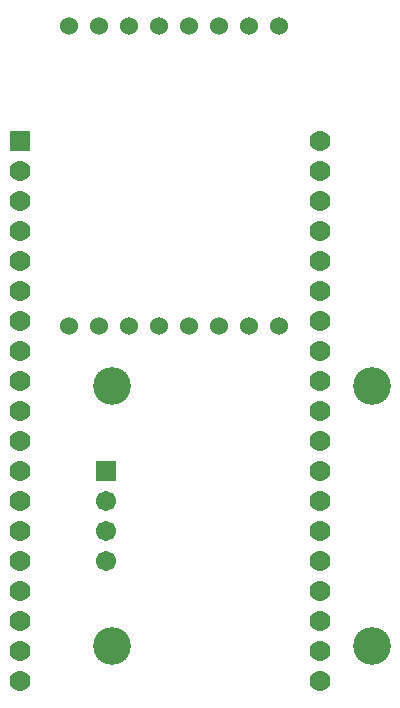
<source format=gbr>
%TF.GenerationSoftware,KiCad,Pcbnew,8.0.2-8.0.2-0~ubuntu20.04.1*%
%TF.CreationDate,2024-10-24T00:08:04+05:30*%
%TF.ProjectId,GroundStation,47726f75-6e64-4537-9461-74696f6e2e6b,rev?*%
%TF.SameCoordinates,Original*%
%TF.FileFunction,Soldermask,Bot*%
%TF.FilePolarity,Negative*%
%FSLAX46Y46*%
G04 Gerber Fmt 4.6, Leading zero omitted, Abs format (unit mm)*
G04 Created by KiCad (PCBNEW 8.0.2-8.0.2-0~ubuntu20.04.1) date 2024-10-24 00:08:04*
%MOMM*%
%LPD*%
G01*
G04 APERTURE LIST*
G04 Aperture macros list*
%AMRoundRect*
0 Rectangle with rounded corners*
0 $1 Rounding radius*
0 $2 $3 $4 $5 $6 $7 $8 $9 X,Y pos of 4 corners*
0 Add a 4 corners polygon primitive as box body*
4,1,4,$2,$3,$4,$5,$6,$7,$8,$9,$2,$3,0*
0 Add four circle primitives for the rounded corners*
1,1,$1+$1,$2,$3*
1,1,$1+$1,$4,$5*
1,1,$1+$1,$6,$7*
1,1,$1+$1,$8,$9*
0 Add four rect primitives between the rounded corners*
20,1,$1+$1,$2,$3,$4,$5,0*
20,1,$1+$1,$4,$5,$6,$7,0*
20,1,$1+$1,$6,$7,$8,$9,0*
20,1,$1+$1,$8,$9,$2,$3,0*%
G04 Aperture macros list end*
%ADD10C,1.524000*%
%ADD11RoundRect,0.102000X-0.780000X-0.780000X0.780000X-0.780000X0.780000X0.780000X-0.780000X0.780000X0*%
%ADD12C,1.764000*%
%ADD13RoundRect,0.102000X-0.754000X0.754000X-0.754000X-0.754000X0.754000X-0.754000X0.754000X0.754000X0*%
%ADD14C,1.712000*%
%ADD15C,3.204000*%
G04 APERTURE END LIST*
D10*
%TO.C,U2*%
X114470000Y-54780000D03*
X111930000Y-54780000D03*
X109390000Y-54780000D03*
X106850000Y-54780000D03*
X104310000Y-54780000D03*
X101770000Y-54780000D03*
X99230000Y-54780000D03*
X96690000Y-54780000D03*
X114470000Y-80180000D03*
X111930000Y-80180000D03*
X109390000Y-80180000D03*
X106850000Y-80180000D03*
X104310000Y-80180000D03*
X101770000Y-80180000D03*
X99230000Y-80180000D03*
X96690000Y-80180000D03*
%TD*%
D11*
%TO.C,U1*%
X92504000Y-64490000D03*
D12*
X92504000Y-67030000D03*
X92504000Y-69570000D03*
X92504000Y-72110000D03*
X92504000Y-74650000D03*
X92504000Y-77190000D03*
X92504000Y-79730000D03*
X92504000Y-82270000D03*
X92504000Y-84810000D03*
X92504000Y-87350000D03*
X92504000Y-89890000D03*
X92504000Y-92430000D03*
X92504000Y-94970000D03*
X92504000Y-97510000D03*
X92504000Y-100050000D03*
X92504000Y-102590000D03*
X92504000Y-105130000D03*
X92504000Y-107670000D03*
X92504000Y-110210000D03*
X117904000Y-64490000D03*
X117904000Y-67030000D03*
X117904000Y-69570000D03*
X117904000Y-72110000D03*
X117904000Y-74650000D03*
X117904000Y-77190000D03*
X117904000Y-79730000D03*
X117904000Y-82270000D03*
X117904000Y-84810000D03*
X117904000Y-87350000D03*
X117904000Y-89890000D03*
X117904000Y-92430000D03*
X117904000Y-94970000D03*
X117904000Y-97510000D03*
X117904000Y-100050000D03*
X117904000Y-102590000D03*
X117904000Y-105130000D03*
X117904000Y-107670000D03*
X117904000Y-110210000D03*
%TD*%
D13*
%TO.C,U3*%
X99802500Y-92430000D03*
D14*
X99802500Y-94970000D03*
X99802500Y-97510000D03*
X99802500Y-100050000D03*
D15*
X100302500Y-85240000D03*
X100302500Y-107240000D03*
X122302500Y-107240000D03*
X122302500Y-85240000D03*
%TD*%
M02*

</source>
